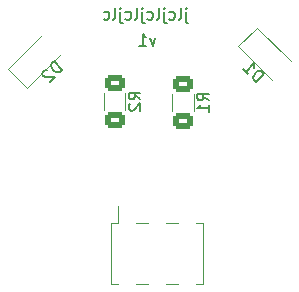
<source format=gbo>
%TF.GenerationSoftware,KiCad,Pcbnew,(6.99.0-2452-gdb4f2d9dd8)*%
%TF.CreationDate,2022-07-19T13:16:04+04:00*%
%TF.ProjectId,sticker holder,73746963-6b65-4722-9068-6f6c6465722e,rev?*%
%TF.SameCoordinates,Original*%
%TF.FileFunction,Legend,Bot*%
%TF.FilePolarity,Positive*%
%FSLAX46Y46*%
G04 Gerber Fmt 4.6, Leading zero omitted, Abs format (unit mm)*
G04 Created by KiCad (PCBNEW (6.99.0-2452-gdb4f2d9dd8)) date 2022-07-19 13:16:04*
%MOMM*%
%LPD*%
G01*
G04 APERTURE LIST*
G04 Aperture macros list*
%AMRoundRect*
0 Rectangle with rounded corners*
0 $1 Rounding radius*
0 $2 $3 $4 $5 $6 $7 $8 $9 X,Y pos of 4 corners*
0 Add a 4 corners polygon primitive as box body*
4,1,4,$2,$3,$4,$5,$6,$7,$8,$9,$2,$3,0*
0 Add four circle primitives for the rounded corners*
1,1,$1+$1,$2,$3*
1,1,$1+$1,$4,$5*
1,1,$1+$1,$6,$7*
1,1,$1+$1,$8,$9*
0 Add four rect primitives between the rounded corners*
20,1,$1+$1,$2,$3,$4,$5,0*
20,1,$1+$1,$4,$5,$6,$7,0*
20,1,$1+$1,$6,$7,$8,$9,0*
20,1,$1+$1,$8,$9,$2,$3,0*%
G04 Aperture macros list end*
%ADD10C,0.150000*%
%ADD11C,0.120000*%
%ADD12R,1.000000X3.150000*%
%ADD13RoundRect,0.250000X0.625000X-0.400000X0.625000X0.400000X-0.625000X0.400000X-0.625000X-0.400000X0*%
%ADD14RoundRect,0.250001X-0.768977X-0.114905X-0.114905X-0.768977X0.768977X0.114905X0.114905X0.768977X0*%
%ADD15RoundRect,0.250001X0.114905X-0.768977X0.768977X-0.114905X-0.114905X0.768977X-0.768977X0.114905X0*%
G04 APERTURE END LIST*
D10*
X115957142Y-70315714D02*
X115719047Y-70982380D01*
X115719047Y-70982380D02*
X115480952Y-70315714D01*
X114576190Y-70982380D02*
X115147618Y-70982380D01*
X114861904Y-70982380D02*
X114861904Y-69982380D01*
X114861904Y-69982380D02*
X114957142Y-70125238D01*
X114957142Y-70125238D02*
X115052380Y-70220476D01*
X115052380Y-70220476D02*
X115147618Y-70268095D01*
X118561904Y-68115714D02*
X118561904Y-68972857D01*
X118561904Y-68972857D02*
X118609523Y-69068095D01*
X118609523Y-69068095D02*
X118704761Y-69115714D01*
X118704761Y-69115714D02*
X118752380Y-69115714D01*
X118561904Y-67782380D02*
X118609523Y-67830000D01*
X118609523Y-67830000D02*
X118561904Y-67877619D01*
X118561904Y-67877619D02*
X118514285Y-67830000D01*
X118514285Y-67830000D02*
X118561904Y-67782380D01*
X118561904Y-67782380D02*
X118561904Y-67877619D01*
X117942857Y-68782380D02*
X118038095Y-68734761D01*
X118038095Y-68734761D02*
X118085714Y-68639523D01*
X118085714Y-68639523D02*
X118085714Y-67782380D01*
X117133333Y-68734761D02*
X117228571Y-68782380D01*
X117228571Y-68782380D02*
X117419047Y-68782380D01*
X117419047Y-68782380D02*
X117514285Y-68734761D01*
X117514285Y-68734761D02*
X117561904Y-68687142D01*
X117561904Y-68687142D02*
X117609523Y-68591904D01*
X117609523Y-68591904D02*
X117609523Y-68306190D01*
X117609523Y-68306190D02*
X117561904Y-68210952D01*
X117561904Y-68210952D02*
X117514285Y-68163333D01*
X117514285Y-68163333D02*
X117419047Y-68115714D01*
X117419047Y-68115714D02*
X117228571Y-68115714D01*
X117228571Y-68115714D02*
X117133333Y-68163333D01*
X116704761Y-68115714D02*
X116704761Y-68972857D01*
X116704761Y-68972857D02*
X116752380Y-69068095D01*
X116752380Y-69068095D02*
X116847618Y-69115714D01*
X116847618Y-69115714D02*
X116895237Y-69115714D01*
X116704761Y-67782380D02*
X116752380Y-67830000D01*
X116752380Y-67830000D02*
X116704761Y-67877619D01*
X116704761Y-67877619D02*
X116657142Y-67830000D01*
X116657142Y-67830000D02*
X116704761Y-67782380D01*
X116704761Y-67782380D02*
X116704761Y-67877619D01*
X116085714Y-68782380D02*
X116180952Y-68734761D01*
X116180952Y-68734761D02*
X116228571Y-68639523D01*
X116228571Y-68639523D02*
X116228571Y-67782380D01*
X115276190Y-68734761D02*
X115371428Y-68782380D01*
X115371428Y-68782380D02*
X115561904Y-68782380D01*
X115561904Y-68782380D02*
X115657142Y-68734761D01*
X115657142Y-68734761D02*
X115704761Y-68687142D01*
X115704761Y-68687142D02*
X115752380Y-68591904D01*
X115752380Y-68591904D02*
X115752380Y-68306190D01*
X115752380Y-68306190D02*
X115704761Y-68210952D01*
X115704761Y-68210952D02*
X115657142Y-68163333D01*
X115657142Y-68163333D02*
X115561904Y-68115714D01*
X115561904Y-68115714D02*
X115371428Y-68115714D01*
X115371428Y-68115714D02*
X115276190Y-68163333D01*
X114847618Y-68115714D02*
X114847618Y-68972857D01*
X114847618Y-68972857D02*
X114895237Y-69068095D01*
X114895237Y-69068095D02*
X114990475Y-69115714D01*
X114990475Y-69115714D02*
X115038094Y-69115714D01*
X114847618Y-67782380D02*
X114895237Y-67830000D01*
X114895237Y-67830000D02*
X114847618Y-67877619D01*
X114847618Y-67877619D02*
X114799999Y-67830000D01*
X114799999Y-67830000D02*
X114847618Y-67782380D01*
X114847618Y-67782380D02*
X114847618Y-67877619D01*
X114228571Y-68782380D02*
X114323809Y-68734761D01*
X114323809Y-68734761D02*
X114371428Y-68639523D01*
X114371428Y-68639523D02*
X114371428Y-67782380D01*
X113419047Y-68734761D02*
X113514285Y-68782380D01*
X113514285Y-68782380D02*
X113704761Y-68782380D01*
X113704761Y-68782380D02*
X113799999Y-68734761D01*
X113799999Y-68734761D02*
X113847618Y-68687142D01*
X113847618Y-68687142D02*
X113895237Y-68591904D01*
X113895237Y-68591904D02*
X113895237Y-68306190D01*
X113895237Y-68306190D02*
X113847618Y-68210952D01*
X113847618Y-68210952D02*
X113799999Y-68163333D01*
X113799999Y-68163333D02*
X113704761Y-68115714D01*
X113704761Y-68115714D02*
X113514285Y-68115714D01*
X113514285Y-68115714D02*
X113419047Y-68163333D01*
X112990475Y-68115714D02*
X112990475Y-68972857D01*
X112990475Y-68972857D02*
X113038094Y-69068095D01*
X113038094Y-69068095D02*
X113133332Y-69115714D01*
X113133332Y-69115714D02*
X113180951Y-69115714D01*
X112990475Y-67782380D02*
X113038094Y-67830000D01*
X113038094Y-67830000D02*
X112990475Y-67877619D01*
X112990475Y-67877619D02*
X112942856Y-67830000D01*
X112942856Y-67830000D02*
X112990475Y-67782380D01*
X112990475Y-67782380D02*
X112990475Y-67877619D01*
X112371428Y-68782380D02*
X112466666Y-68734761D01*
X112466666Y-68734761D02*
X112514285Y-68639523D01*
X112514285Y-68639523D02*
X112514285Y-67782380D01*
X111561904Y-68734761D02*
X111657142Y-68782380D01*
X111657142Y-68782380D02*
X111847618Y-68782380D01*
X111847618Y-68782380D02*
X111942856Y-68734761D01*
X111942856Y-68734761D02*
X111990475Y-68687142D01*
X111990475Y-68687142D02*
X112038094Y-68591904D01*
X112038094Y-68591904D02*
X112038094Y-68306190D01*
X112038094Y-68306190D02*
X111990475Y-68210952D01*
X111990475Y-68210952D02*
X111942856Y-68163333D01*
X111942856Y-68163333D02*
X111847618Y-68115714D01*
X111847618Y-68115714D02*
X111657142Y-68115714D01*
X111657142Y-68115714D02*
X111561904Y-68163333D01*
X120487380Y-75633333D02*
X120011190Y-75300000D01*
X120487380Y-75061905D02*
X119487380Y-75061905D01*
X119487380Y-75061905D02*
X119487380Y-75442857D01*
X119487380Y-75442857D02*
X119535000Y-75538095D01*
X119535000Y-75538095D02*
X119582619Y-75585714D01*
X119582619Y-75585714D02*
X119677857Y-75633333D01*
X119677857Y-75633333D02*
X119820714Y-75633333D01*
X119820714Y-75633333D02*
X119915952Y-75585714D01*
X119915952Y-75585714D02*
X119963571Y-75538095D01*
X119963571Y-75538095D02*
X120011190Y-75442857D01*
X120011190Y-75442857D02*
X120011190Y-75061905D01*
X120487380Y-76585714D02*
X120487380Y-76014286D01*
X120487380Y-76300000D02*
X119487380Y-76300000D01*
X119487380Y-76300000D02*
X119630238Y-76204762D01*
X119630238Y-76204762D02*
X119725476Y-76109524D01*
X119725476Y-76109524D02*
X119773095Y-76014286D01*
X114687380Y-75533333D02*
X114211190Y-75200000D01*
X114687380Y-74961905D02*
X113687380Y-74961905D01*
X113687380Y-74961905D02*
X113687380Y-75342857D01*
X113687380Y-75342857D02*
X113735000Y-75438095D01*
X113735000Y-75438095D02*
X113782619Y-75485714D01*
X113782619Y-75485714D02*
X113877857Y-75533333D01*
X113877857Y-75533333D02*
X114020714Y-75533333D01*
X114020714Y-75533333D02*
X114115952Y-75485714D01*
X114115952Y-75485714D02*
X114163571Y-75438095D01*
X114163571Y-75438095D02*
X114211190Y-75342857D01*
X114211190Y-75342857D02*
X114211190Y-74961905D01*
X113782619Y-75914286D02*
X113735000Y-75961905D01*
X113735000Y-75961905D02*
X113687380Y-76057143D01*
X113687380Y-76057143D02*
X113687380Y-76295238D01*
X113687380Y-76295238D02*
X113735000Y-76390476D01*
X113735000Y-76390476D02*
X113782619Y-76438095D01*
X113782619Y-76438095D02*
X113877857Y-76485714D01*
X113877857Y-76485714D02*
X113973095Y-76485714D01*
X113973095Y-76485714D02*
X114115952Y-76438095D01*
X114115952Y-76438095D02*
X114687380Y-75866667D01*
X114687380Y-75866667D02*
X114687380Y-76485714D01*
X124475200Y-74068623D02*
X125182307Y-73361516D01*
X125182307Y-73361516D02*
X125013948Y-73193157D01*
X125013948Y-73193157D02*
X124879261Y-73125814D01*
X124879261Y-73125814D02*
X124744574Y-73125814D01*
X124744574Y-73125814D02*
X124643559Y-73159486D01*
X124643559Y-73159486D02*
X124475200Y-73260501D01*
X124475200Y-73260501D02*
X124374184Y-73361516D01*
X124374184Y-73361516D02*
X124273169Y-73529875D01*
X124273169Y-73529875D02*
X124239497Y-73630890D01*
X124239497Y-73630890D02*
X124239497Y-73765577D01*
X124239497Y-73765577D02*
X124306841Y-73900264D01*
X124306841Y-73900264D02*
X124475200Y-74068623D01*
X123397704Y-72991127D02*
X123801765Y-73395188D01*
X123599734Y-73193157D02*
X124306841Y-72486051D01*
X124306841Y-72486051D02*
X124273169Y-72654409D01*
X124273169Y-72654409D02*
X124273169Y-72789096D01*
X124273169Y-72789096D02*
X124306841Y-72890112D01*
X108068623Y-73024799D02*
X107361516Y-72317692D01*
X107361516Y-72317692D02*
X107193157Y-72486051D01*
X107193157Y-72486051D02*
X107125814Y-72620738D01*
X107125814Y-72620738D02*
X107125814Y-72755425D01*
X107125814Y-72755425D02*
X107159486Y-72856440D01*
X107159486Y-72856440D02*
X107260501Y-73024799D01*
X107260501Y-73024799D02*
X107361516Y-73125815D01*
X107361516Y-73125815D02*
X107529875Y-73226830D01*
X107529875Y-73226830D02*
X107630890Y-73260502D01*
X107630890Y-73260502D02*
X107765577Y-73260502D01*
X107765577Y-73260502D02*
X107900264Y-73193158D01*
X107900264Y-73193158D02*
X108068623Y-73024799D01*
X106755425Y-73058471D02*
X106688081Y-73058471D01*
X106688081Y-73058471D02*
X106587066Y-73092143D01*
X106587066Y-73092143D02*
X106418707Y-73260502D01*
X106418707Y-73260502D02*
X106385035Y-73361517D01*
X106385035Y-73361517D02*
X106385035Y-73428860D01*
X106385035Y-73428860D02*
X106418707Y-73529876D01*
X106418707Y-73529876D02*
X106486051Y-73597219D01*
X106486051Y-73597219D02*
X106620738Y-73664563D01*
X106620738Y-73664563D02*
X107428860Y-73664563D01*
X107428860Y-73664563D02*
X106991127Y-74102295D01*
D11*
X112800000Y-84560000D02*
X112800000Y-86000000D01*
X119970000Y-86000000D02*
X119970000Y-91200000D01*
X119400000Y-86000000D02*
X119970000Y-86000000D01*
X116860000Y-86000000D02*
X117880000Y-86000000D01*
X114320000Y-86000000D02*
X115340000Y-86000000D01*
X112230000Y-86000000D02*
X112800000Y-86000000D01*
X112230000Y-86000000D02*
X112230000Y-91200000D01*
X119400000Y-91200000D02*
X119970000Y-91200000D01*
X116860000Y-91200000D02*
X117880000Y-91200000D01*
X114320000Y-91200000D02*
X115340000Y-91200000D01*
X112230000Y-91200000D02*
X112800000Y-91200000D01*
X117390000Y-76527064D02*
X117390000Y-75072936D01*
X119210000Y-76527064D02*
X119210000Y-75072936D01*
X111590000Y-76427064D02*
X111590000Y-74972936D01*
X113410000Y-76427064D02*
X113410000Y-74972936D01*
X124563084Y-69457951D02*
X127433937Y-72328805D01*
X122957951Y-71063084D02*
X124563084Y-69457951D01*
X125828805Y-73933937D02*
X122957951Y-71063084D01*
X103457951Y-72936916D02*
X106328805Y-70066063D01*
X105063084Y-74542049D02*
X103457951Y-72936916D01*
X107933937Y-71671195D02*
X105063084Y-74542049D01*
%LPC*%
D12*
X113559999Y-86074999D03*
X113559999Y-91124999D03*
X116099999Y-86074999D03*
X116099999Y-91124999D03*
X118639999Y-86074999D03*
X118639999Y-91124999D03*
D13*
X118300000Y-77350000D03*
X118300000Y-74250000D03*
X112500000Y-77250000D03*
X112500000Y-74150000D03*
D14*
X124448179Y-70948179D03*
X126551821Y-73051821D03*
D15*
X104948179Y-73051821D03*
X107051821Y-70948179D03*
M02*

</source>
